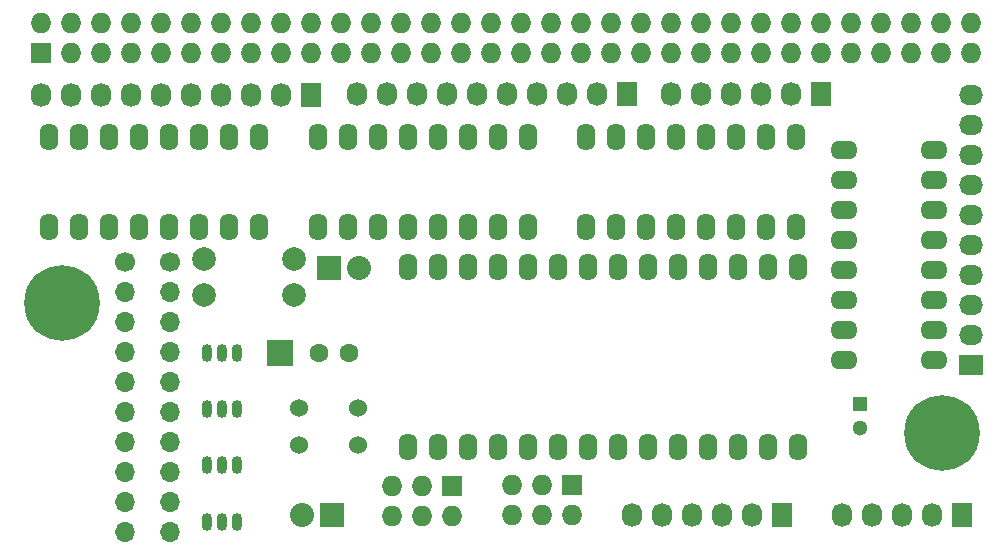
<source format=gbs>
G04 #@! TF.FileFunction,Soldermask,Bot*
%FSLAX46Y46*%
G04 Gerber Fmt 4.6, Leading zero omitted, Abs format (unit mm)*
G04 Created by KiCad (PCBNEW 4.0.4-stable) date 01/15/17 13:01:21*
%MOMM*%
%LPD*%
G01*
G04 APERTURE LIST*
%ADD10C,0.100000*%
%ADD11O,1.600000X2.300000*%
%ADD12R,1.727200X1.727200*%
%ADD13O,1.727200X1.727200*%
%ADD14R,2.032000X2.032000*%
%ADD15O,2.032000X2.032000*%
%ADD16R,1.727200X2.032000*%
%ADD17O,1.727200X2.032000*%
%ADD18R,2.235200X2.235200*%
%ADD19O,0.899160X1.501140*%
%ADD20R,2.032000X1.727200*%
%ADD21O,2.032000X1.727200*%
%ADD22O,2.300000X1.600000*%
%ADD23R,1.300000X1.300000*%
%ADD24C,1.300000*%
%ADD25C,1.524000*%
%ADD26C,1.998980*%
%ADD27C,6.400000*%
%ADD28C,1.700000*%
%ADD29O,1.700000X1.700000*%
%ADD30C,1.600000*%
G04 APERTURE END LIST*
D10*
D11*
X210700000Y-134900000D03*
X213240000Y-134900000D03*
X215780000Y-134900000D03*
X218320000Y-134900000D03*
X220860000Y-134900000D03*
X223400000Y-134900000D03*
X225940000Y-134900000D03*
X228480000Y-134900000D03*
X231020000Y-134900000D03*
X233560000Y-134900000D03*
X236100000Y-134900000D03*
X238640000Y-134900000D03*
X241180000Y-134900000D03*
X243720000Y-134900000D03*
X243720000Y-119660000D03*
X241180000Y-119660000D03*
X238640000Y-119660000D03*
X236100000Y-119660000D03*
X233560000Y-119660000D03*
X231020000Y-119660000D03*
X228480000Y-119660000D03*
X225940000Y-119660000D03*
X223400000Y-119660000D03*
X220860000Y-119660000D03*
X218320000Y-119660000D03*
X215780000Y-119660000D03*
X213240000Y-119660000D03*
X210700000Y-119660000D03*
D12*
X179600000Y-101600000D03*
D13*
X179600000Y-99060000D03*
X182140000Y-101600000D03*
X182140000Y-99060000D03*
X184680000Y-101600000D03*
X184680000Y-99060000D03*
X187220000Y-101600000D03*
X187220000Y-99060000D03*
X189760000Y-101600000D03*
X189760000Y-99060000D03*
X192300000Y-101600000D03*
X192300000Y-99060000D03*
X194840000Y-101600000D03*
X194840000Y-99060000D03*
X197380000Y-101600000D03*
X197380000Y-99060000D03*
X199920000Y-101600000D03*
X199920000Y-99060000D03*
X202460000Y-101600000D03*
X202460000Y-99060000D03*
X205000000Y-101600000D03*
X205000000Y-99060000D03*
X207540000Y-101600000D03*
X207540000Y-99060000D03*
X210080000Y-101600000D03*
X210080000Y-99060000D03*
X212620000Y-101600000D03*
X212620000Y-99060000D03*
X215160000Y-101600000D03*
X215160000Y-99060000D03*
X217700000Y-101600000D03*
X217700000Y-99060000D03*
X220240000Y-101600000D03*
X220240000Y-99060000D03*
X222780000Y-101600000D03*
X222780000Y-99060000D03*
X225320000Y-101600000D03*
X225320000Y-99060000D03*
X227860000Y-101600000D03*
X227860000Y-99060000D03*
X230400000Y-101600000D03*
X230400000Y-99060000D03*
X232940000Y-101600000D03*
X232940000Y-99060000D03*
X235480000Y-101600000D03*
X235480000Y-99060000D03*
X238020000Y-101600000D03*
X238020000Y-99060000D03*
X240560000Y-101600000D03*
X240560000Y-99060000D03*
X243100000Y-101600000D03*
X243100000Y-99060000D03*
X245640000Y-101600000D03*
X245640000Y-99060000D03*
X248180000Y-101600000D03*
X248180000Y-99060000D03*
X250720000Y-101600000D03*
X250720000Y-99060000D03*
X253260000Y-101600000D03*
X253260000Y-99060000D03*
X255800000Y-101600000D03*
X255800000Y-99060000D03*
X258340000Y-101600000D03*
X258340000Y-99060000D03*
D14*
X204216000Y-140716000D03*
D15*
X201676000Y-140716000D03*
D16*
X242316000Y-140716000D03*
D17*
X239776000Y-140716000D03*
X237236000Y-140716000D03*
X234696000Y-140716000D03*
X232156000Y-140716000D03*
X229616000Y-140716000D03*
D12*
X214400000Y-138200000D03*
D13*
X214400000Y-140740000D03*
X211860000Y-138200000D03*
X211860000Y-140740000D03*
X209320000Y-138200000D03*
X209320000Y-140740000D03*
D18*
X199850000Y-126950000D03*
D12*
X224536000Y-138176000D03*
D13*
X224536000Y-140716000D03*
X221996000Y-138176000D03*
X221996000Y-140716000D03*
X219456000Y-138176000D03*
X219456000Y-140716000D03*
D16*
X257556000Y-140716000D03*
D17*
X255016000Y-140716000D03*
X252476000Y-140716000D03*
X249936000Y-140716000D03*
X247396000Y-140716000D03*
D19*
X194980000Y-127000000D03*
X193710000Y-127000000D03*
X196250000Y-127000000D03*
X194980000Y-131750000D03*
X193710000Y-131750000D03*
X196250000Y-131750000D03*
X194980000Y-136500000D03*
X193710000Y-136500000D03*
X196250000Y-136500000D03*
X194980000Y-141250000D03*
X193710000Y-141250000D03*
X196250000Y-141250000D03*
D16*
X229250000Y-105080000D03*
D17*
X226710000Y-105080000D03*
X224170000Y-105080000D03*
X221630000Y-105080000D03*
X219090000Y-105080000D03*
X216550000Y-105080000D03*
X214010000Y-105080000D03*
X211470000Y-105080000D03*
X208930000Y-105080000D03*
X206390000Y-105080000D03*
D16*
X202500000Y-105100000D03*
D17*
X199960000Y-105100000D03*
X197420000Y-105100000D03*
X194880000Y-105100000D03*
X192340000Y-105100000D03*
X189800000Y-105100000D03*
X187260000Y-105100000D03*
X184720000Y-105100000D03*
X182180000Y-105100000D03*
X179640000Y-105100000D03*
D20*
X258400000Y-128000000D03*
D21*
X258400000Y-125460000D03*
X258400000Y-122920000D03*
X258400000Y-120380000D03*
X258400000Y-117840000D03*
X258400000Y-115300000D03*
X258400000Y-112760000D03*
X258400000Y-110220000D03*
X258400000Y-107680000D03*
X258400000Y-105140000D03*
D16*
X245700000Y-105080000D03*
D17*
X243160000Y-105080000D03*
X240620000Y-105080000D03*
X238080000Y-105080000D03*
X235540000Y-105080000D03*
X233000000Y-105080000D03*
D11*
X203100000Y-116300000D03*
X205640000Y-116300000D03*
X208180000Y-116300000D03*
X210720000Y-116300000D03*
X213260000Y-116300000D03*
X215800000Y-116300000D03*
X218340000Y-116300000D03*
X220880000Y-116300000D03*
X220880000Y-108680000D03*
X218340000Y-108680000D03*
X215800000Y-108680000D03*
X213260000Y-108680000D03*
X210720000Y-108680000D03*
X208180000Y-108680000D03*
X205640000Y-108680000D03*
X203100000Y-108680000D03*
X180300000Y-116300000D03*
X182840000Y-116300000D03*
X185380000Y-116300000D03*
X187920000Y-116300000D03*
X190460000Y-116300000D03*
X193000000Y-116300000D03*
X195540000Y-116300000D03*
X198080000Y-116300000D03*
X198080000Y-108680000D03*
X195540000Y-108680000D03*
X193000000Y-108680000D03*
X190460000Y-108680000D03*
X187920000Y-108680000D03*
X185380000Y-108680000D03*
X182840000Y-108680000D03*
X180300000Y-108680000D03*
X225800000Y-116300000D03*
X228340000Y-116300000D03*
X230880000Y-116300000D03*
X233420000Y-116300000D03*
X235960000Y-116300000D03*
X238500000Y-116300000D03*
X241040000Y-116300000D03*
X243580000Y-116300000D03*
X243580000Y-108680000D03*
X241040000Y-108680000D03*
X238500000Y-108680000D03*
X235960000Y-108680000D03*
X233420000Y-108680000D03*
X230880000Y-108680000D03*
X228340000Y-108680000D03*
X225800000Y-108680000D03*
D22*
X247600000Y-109800000D03*
X247600000Y-112340000D03*
X247600000Y-114880000D03*
X247600000Y-117420000D03*
X247600000Y-119960000D03*
X247600000Y-122500000D03*
X247600000Y-125040000D03*
X247600000Y-127580000D03*
X255220000Y-127580000D03*
X255220000Y-125040000D03*
X255220000Y-122500000D03*
X255220000Y-119960000D03*
X255220000Y-117420000D03*
X255220000Y-114880000D03*
X255220000Y-112340000D03*
X255220000Y-109800000D03*
D23*
X248950000Y-131325000D03*
D24*
X248950000Y-133325000D03*
D25*
X206500000Y-134750000D03*
X201500000Y-134750000D03*
X201500000Y-131600000D03*
X206500000Y-131600000D03*
D26*
X201000000Y-119000000D03*
X193380000Y-119000000D03*
D27*
X181380000Y-122720000D03*
X255870000Y-133720000D03*
D14*
X204000000Y-119750000D03*
D15*
X206540000Y-119750000D03*
D26*
X201000000Y-122100000D03*
X193380000Y-122100000D03*
D28*
X186750000Y-119250000D03*
D29*
X186750000Y-121790000D03*
X186750000Y-124330000D03*
X186750000Y-126870000D03*
X186750000Y-129410000D03*
X186750000Y-131950000D03*
X186750000Y-134490000D03*
X186750000Y-137030000D03*
X186750000Y-139570000D03*
X186750000Y-142110000D03*
D28*
X190500000Y-119250000D03*
D29*
X190500000Y-121790000D03*
X190500000Y-124330000D03*
X190500000Y-126870000D03*
X190500000Y-129410000D03*
X190500000Y-131950000D03*
X190500000Y-134490000D03*
X190500000Y-137030000D03*
X190500000Y-139570000D03*
X190500000Y-142110000D03*
D30*
X205663800Y-127000000D03*
X203163800Y-127000000D03*
M02*

</source>
